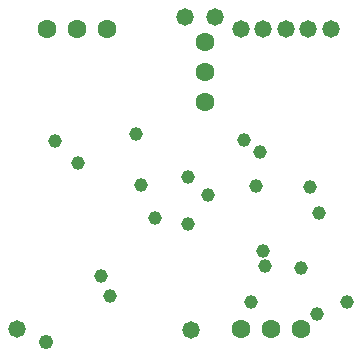
<source format=gbs>
G04 Layer_Color=16711935*
%FSLAX24Y24*%
%MOIN*%
G70*
G01*
G75*
%ADD46C,0.0580*%
%ADD47C,0.0630*%
%ADD48C,0.0460*%
%ADD49C,0.0480*%
D46*
X-1800Y11250D02*
D03*
X-3300D02*
D03*
X-2550D02*
D03*
X-12250Y1250D02*
D03*
X-4050Y11250D02*
D03*
X-4800D02*
D03*
X-5650Y11650D02*
D03*
X-6450Y1200D02*
D03*
X-6650Y11650D02*
D03*
D47*
X-9250Y11250D02*
D03*
X-6000Y8800D02*
D03*
Y10800D02*
D03*
X-10250Y11250D02*
D03*
X-11250D02*
D03*
X-6000Y9800D02*
D03*
X-3800Y1250D02*
D03*
X-4800D02*
D03*
X-2800D02*
D03*
D48*
X-6550Y4750D02*
D03*
X-4690Y7550D02*
D03*
X-8140Y6050D02*
D03*
X-10243Y6760D02*
D03*
X-9145Y2345D02*
D03*
X-2780Y3270D02*
D03*
X-4000Y3350D02*
D03*
X-4050Y3850D02*
D03*
X-5890Y5700D02*
D03*
X-6550Y6300D02*
D03*
X-4450Y2150D02*
D03*
X-8300Y7750D02*
D03*
X-4300Y6000D02*
D03*
X-4150Y7150D02*
D03*
X-2480Y5960D02*
D03*
X-2200Y5100D02*
D03*
X-9450Y3000D02*
D03*
X-7650Y4950D02*
D03*
X-1250Y2150D02*
D03*
X-2250Y1750D02*
D03*
X-11000Y7500D02*
D03*
D49*
X-11300Y800D02*
D03*
M02*

</source>
